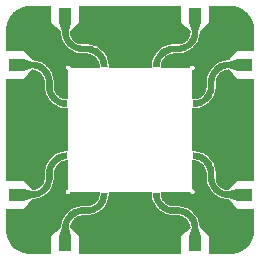
<source format=gbr>
G04 ===== Begin FILE IDENTIFICATION =====*
G04 File Format:  Gerber RS274X*
G04 ===== End FILE IDENTIFICATION =====*
%FSLAX24Y24*%
%MOIN*%
%SFA1.0000B1.0000*%
%OFA0.0B0.0*%
%ADD10C,0.000984*%
%LNtop*%
%IPPOS*%
%LPD*%
G75*
G36*
G01X6201Y5150D02*
G01Y6122D01*
G01X6211Y6123D01*
G01X6222Y6125D01*
G01X6232Y6128D01*
G01X6241Y6133D01*
G01X6250Y6139D01*
G01X6258Y6146D01*
G01X6264Y6154D01*
G01X6270Y6163D01*
G01X6274Y6173D01*
G01X6278Y6183D01*
G01X6279Y6194D01*
G01Y6204D01*
G01X6278Y6215D01*
G01X6276Y6225D01*
G01X6272Y6235D01*
G01X6266Y6244D01*
G01X6260Y6253D01*
G01X6253Y6260D01*
G01X6244Y6266D01*
G01X6235Y6272D01*
G01X6225Y6276D01*
G01X6215Y6278D01*
G01X6204Y6279D01*
G01X6194D01*
G01X6183Y6278D01*
G01X6173Y6274D01*
G01X6163Y6270D01*
G01X6154Y6264D01*
G01X6146Y6258D01*
G01X6139Y6250D01*
G01X6133Y6241D01*
G01X6128Y6232D01*
G01X6125Y6222D01*
G01X6123Y6211D01*
G01X6122Y6201D01*
G01X5150D01*
G01Y6240D01*
G01X5151Y6279D01*
G01X5156Y6317D01*
G01X5165Y6354D01*
G01X5176Y6391D01*
G01X5191Y6426D01*
G01X5209Y6461D01*
G01X5229Y6493D01*
G01X5253Y6524D01*
G01X5279Y6552D01*
G01X5307Y6578D01*
G01X5338Y6601D01*
G01X5370Y6622D01*
G01X5404Y6640D01*
G01X5440Y6655D01*
G01X5476Y6666D01*
G01X5514Y6674D01*
G01X5552Y6679D01*
G01X5591Y6681D01*
G01X5709D01*
G01X5773Y6684D01*
G01X5837Y6692D01*
G01X5900Y6706D01*
G01X5962Y6726D01*
G01X6021Y6750D01*
G01X6079Y6780D01*
G01X6133Y6815D01*
G01X6184Y6854D01*
G01X6232Y6898D01*
G01X6276Y6946D01*
G01X6315Y6997D01*
G01X6350Y7051D01*
G01X6379Y7108D01*
G01X6404Y7168D01*
G01X6424Y7230D01*
G01X6438Y7293D01*
G01X6446Y7357D01*
G01X6449Y7421D01*
G01X6768Y7677D01*
G01Y8268D01*
G01X7480D01*
G01X7516Y8267D01*
G01X7551Y8265D01*
G01X7586Y8261D01*
G01X7621Y8255D01*
G01X7656Y8248D01*
G01X7690Y8239D01*
G01X7724Y8229D01*
G01X7757Y8218D01*
G01X7790Y8204D01*
G01X7822Y8190D01*
G01X7853Y8174D01*
G01X7884Y8156D01*
G01X7914Y8137D01*
G01X7943Y8117D01*
G01X7971Y8096D01*
G01X7998Y8073D01*
G01X8024Y8049D01*
G01X8049Y8024D01*
G01X8073Y7998D01*
G01X8096Y7971D01*
G01X8117Y7943D01*
G01X8137Y7914D01*
G01X8156Y7884D01*
G01X8174Y7853D01*
G01X8190Y7822D01*
G01X8204Y7790D01*
G01X8218Y7757D01*
G01X8229Y7724D01*
G01X8239Y7690D01*
G01X8248Y7656D01*
G01X8255Y7621D01*
G01X8261Y7586D01*
G01X8265Y7551D01*
G01X8267Y7516D01*
G01X8268Y7480D01*
G01Y6768D01*
G01X7677D01*
G01X7459Y6496D01*
G01X7421Y6449D01*
G01X7357Y6446D01*
G01X7293Y6438D01*
G01X7230Y6424D01*
G01X7168Y6404D01*
G01X7108Y6379D01*
G01X7051Y6350D01*
G01X6997Y6315D01*
G01X6946Y6276D01*
G01X6898Y6232D01*
G01X6854Y6184D01*
G01X6815Y6133D01*
G01X6780Y6079D01*
G01X6750Y6021D01*
G01X6726Y5962D01*
G01X6706Y5900D01*
G01X6692Y5837D01*
G01X6684Y5773D01*
G01X6681Y5709D01*
G01Y5591D01*
G01X6679Y5552D01*
G01X6674Y5514D01*
G01X6666Y5476D01*
G01X6655Y5440D01*
G01X6640Y5404D01*
G01X6622Y5370D01*
G01X6601Y5338D01*
G01X6578Y5307D01*
G01X6552Y5279D01*
G01X6524Y5253D01*
G01X6493Y5229D01*
G01X6461Y5209D01*
G01X6426Y5191D01*
G01X6391Y5176D01*
G01X6354Y5165D01*
G01X6317Y5156D01*
G01X6279Y5151D01*
G01X6240Y5150D01*
G01X6201D01*
G37*
G36*
G01X3417Y6201D02*
G01Y6240D01*
G01X3416Y6279D01*
G01X3414Y6305D01*
G01X3406Y6369D01*
G01X3392Y6432D01*
G01X3373Y6493D01*
G01X3348Y6553D01*
G01X3318Y6610D01*
G01X3283Y6665D01*
G01X3244Y6716D01*
G01X3201Y6764D01*
G01X3153Y6807D01*
G01X3102Y6846D01*
G01X3047Y6881D01*
G01X2990Y6911D01*
G01X2930Y6936D01*
G01X2869Y6955D01*
G01X2806Y6969D01*
G01X2742Y6977D01*
G01X2677Y6980D01*
G01X2559D01*
G01X2521Y6982D01*
G01X2482Y6987D01*
G01X2445Y6995D01*
G01X2408Y7007D01*
G01X2373Y7022D01*
G01X2339Y7039D01*
G01X2306Y7060D01*
G01X2276Y7083D01*
G01X2247Y7109D01*
G01X2221Y7138D01*
G01X2198Y7168D01*
G01X2177Y7201D01*
G01X2159Y7235D01*
G01X2145Y7270D01*
G01X2133Y7307D01*
G01X2125Y7345D01*
G01X2120Y7383D01*
G01X2118Y7421D01*
G01X2437Y7677D01*
G01Y8268D01*
G01X5831D01*
G01Y7677D01*
G01X6150Y7421D01*
G01X6148Y7383D01*
G01X6143Y7345D01*
G01X6135Y7307D01*
G01X6123Y7270D01*
G01X6108Y7235D01*
G01X6091Y7201D01*
G01X6070Y7168D01*
G01X6046Y7138D01*
G01X6020Y7109D01*
G01X5992Y7083D01*
G01X5962Y7060D01*
G01X5929Y7039D01*
G01X5895Y7022D01*
G01X5859Y7007D01*
G01X5823Y6995D01*
G01X5785Y6987D01*
G01X5747Y6982D01*
G01X5709Y6980D01*
G01X5591D01*
G01X5526Y6977D01*
G01X5462Y6969D01*
G01X5399Y6955D01*
G01X5337Y6936D01*
G01X5278Y6911D01*
G01X5220Y6881D01*
G01X5166Y6846D01*
G01X5115Y6807D01*
G01X5067Y6764D01*
G01X5024Y6716D01*
G01X4984Y6665D01*
G01X4950Y6610D01*
G01X4920Y6553D01*
G01X4895Y6493D01*
G01X4876Y6432D01*
G01X4862Y6369D01*
G01X4853Y6305D01*
G01X4852Y6279D01*
G01X4850Y6240D01*
G01Y6201D01*
G01X3417D01*
G37*
G36*
G01X2028Y5150D02*
G01X1989Y5151D01*
G01X1951Y5156D01*
G01X1913Y5165D01*
G01X1877Y5176D01*
G01X1841Y5191D01*
G01X1807Y5209D01*
G01X1775Y5229D01*
G01X1744Y5253D01*
G01X1716Y5279D01*
G01X1690Y5307D01*
G01X1666Y5338D01*
G01X1646Y5370D01*
G01X1628Y5404D01*
G01X1613Y5440D01*
G01X1602Y5476D01*
G01X1593Y5514D01*
G01X1588Y5552D01*
G01X1587Y5591D01*
G01Y5709D01*
G01X1584Y5773D01*
G01X1575Y5837D01*
G01X1561Y5900D01*
G01X1542Y5962D01*
G01X1517Y6021D01*
G01X1487Y6079D01*
G01X1453Y6133D01*
G01X1413Y6184D01*
G01X1370Y6232D01*
G01X1322Y6276D01*
G01X1317Y6279D01*
G01X1271Y6315D01*
G01X1217Y6350D01*
G01X1159Y6379D01*
G01X1100Y6404D01*
G01X1038Y6424D01*
G01X975Y6438D01*
G01X911Y6446D01*
G01X846Y6449D01*
G01X591Y6768D01*
G01X0D01*
G01Y7480D01*
G01X1Y7516D01*
G01X3Y7551D01*
G01X7Y7586D01*
G01X13Y7621D01*
G01X20Y7656D01*
G01X28Y7690D01*
G01X39Y7724D01*
G01X50Y7757D01*
G01X63Y7790D01*
G01X78Y7822D01*
G01X94Y7853D01*
G01X111Y7884D01*
G01X130Y7914D01*
G01X150Y7943D01*
G01X172Y7971D01*
G01X194Y7998D01*
G01X218Y8024D01*
G01X243Y8049D01*
G01X269Y8073D01*
G01X296Y8096D01*
G01X325Y8117D01*
G01X354Y8137D01*
G01X384Y8156D01*
G01X414Y8174D01*
G01X446Y8190D01*
G01X478Y8204D01*
G01X511Y8218D01*
G01X544Y8229D01*
G01X578Y8239D01*
G01X612Y8248D01*
G01X647Y8255D01*
G01X682Y8261D01*
G01X717Y8265D01*
G01X752Y8267D01*
G01X787Y8268D01*
G01X1500D01*
G01Y7677D01*
G01X1819Y7421D01*
G01X1822Y7357D01*
G01X1830Y7293D01*
G01X1844Y7230D01*
G01X1864Y7168D01*
G01X1888Y7108D01*
G01X1918Y7051D01*
G01X1953Y6997D01*
G01X1992Y6946D01*
G01X2036Y6898D01*
G01X2083Y6854D01*
G01X2135Y6815D01*
G01X2189Y6780D01*
G01X2246Y6750D01*
G01X2306Y6726D01*
G01X2367Y6706D01*
G01X2431Y6692D01*
G01X2495Y6684D01*
G01X2559Y6681D01*
G01X2677D01*
G01X2716Y6679D01*
G01X2754Y6674D01*
G01X2791Y6666D01*
G01X2828Y6655D01*
G01X2864Y6640D01*
G01X2898Y6622D01*
G01X2930Y6601D01*
G01X2961Y6578D01*
G01X2989Y6552D01*
G01X3015Y6524D01*
G01X3038Y6493D01*
G01X3059Y6461D01*
G01X3077Y6426D01*
G01X3092Y6391D01*
G01X3103Y6354D01*
G01X3111Y6317D01*
G01X3116Y6279D01*
G01X3118Y6240D01*
G01Y6201D01*
G01X2146D01*
G01X2145Y6211D01*
G01X2143Y6222D01*
G01X2139Y6232D01*
G01X2135Y6241D01*
G01X2129Y6250D01*
G01X2121Y6258D01*
G01X2113Y6264D01*
G01X2104Y6270D01*
G01X2095Y6274D01*
G01X2084Y6278D01*
G01X2074Y6279D01*
G01X2063D01*
G01X2053Y6278D01*
G01X2043Y6276D01*
G01X2033Y6272D01*
G01X2024Y6266D01*
G01X2015Y6260D01*
G01X2008Y6253D01*
G01X2001Y6244D01*
G01X1996Y6235D01*
G01X1992Y6225D01*
G01X1989Y6215D01*
G01X1988Y6204D01*
G01X1989Y6194D01*
G01X1990Y6183D01*
G01X1993Y6173D01*
G01X1998Y6163D01*
G01X2003Y6154D01*
G01X2010Y6146D01*
G01X2018Y6139D01*
G01X2027Y6133D01*
G01X2036Y6128D01*
G01X2046Y6125D01*
G01X2056Y6123D01*
G01X2067Y6122D01*
G01Y5150D01*
G01X2028D01*
G37*
G36*
G01X4890Y6240D02*
G01X4891Y6279D01*
G01X4892Y6301D01*
G01X4900Y6362D01*
G01X4914Y6422D01*
G01X4932Y6480D01*
G01X4955Y6536D01*
G01X4984Y6591D01*
G01X5016Y6642D01*
G01X5054Y6691D01*
G01X5095Y6736D01*
G01X5140Y6777D01*
G01X5189Y6814D01*
G01X5240Y6847D01*
G01X5294Y6875D01*
G01X5351Y6899D01*
G01X5409Y6917D01*
G01X5469Y6930D01*
G01X5529Y6938D01*
G01X5591Y6941D01*
G01X5709D01*
G01X5751Y6943D01*
G01X5792Y6948D01*
G01X5833Y6957D01*
G01X5873Y6970D01*
G01X5912Y6986D01*
G01X5949Y7005D01*
G01X5984Y7028D01*
G01X6017Y7053D01*
G01X6048Y7082D01*
G01X6077Y7113D01*
G01X6102Y7146D01*
G01X6125Y7181D01*
G01X6144Y7218D01*
G01X6160Y7257D01*
G01X6173Y7297D01*
G01X6182Y7338D01*
G01X6187Y7379D01*
G01X6189Y7421D01*
G01X6102Y7677D01*
G01Y8189D01*
G01X6496D01*
G01Y7677D01*
G01X6409Y7421D01*
G01X6407Y7360D01*
G01X6399Y7300D01*
G01X6386Y7240D01*
G01X6367Y7182D01*
G01X6344Y7125D01*
G01X6316Y7071D01*
G01X6283Y7019D01*
G01X6246Y6971D01*
G01X6204Y6926D01*
G01X6159Y6884D01*
G01X6111Y6847D01*
G01X6059Y6814D01*
G01X6005Y6786D01*
G01X5948Y6763D01*
G01X5890Y6744D01*
G01X5830Y6731D01*
G01X5770Y6723D01*
G01X5709Y6720D01*
G01X5591D01*
G01X5549Y6719D01*
G01X5507Y6713D01*
G01X5466Y6704D01*
G01X5426Y6691D01*
G01X5388Y6675D01*
G01X5350Y6656D01*
G01X5315Y6634D01*
G01X5282Y6608D01*
G01X5251Y6580D01*
G01X5223Y6549D01*
G01X5197Y6516D01*
G01X5175Y6480D01*
G01X5155Y6443D01*
G01X5139Y6404D01*
G01X5127Y6364D01*
G01X5118Y6324D01*
G01X5112Y6282D01*
G01Y6279D01*
G01X5110Y6240D01*
G01X4890D01*
G37*
G36*
G01X3157Y6240D02*
G01X3156Y6279D01*
G01Y6282D01*
G01X3150Y6324D01*
G01X3141Y6364D01*
G01X3129Y6404D01*
G01X3112Y6443D01*
G01X3093Y6480D01*
G01X3071Y6516D01*
G01X3045Y6549D01*
G01X3017Y6580D01*
G01X2986Y6608D01*
G01X2953Y6634D01*
G01X2917Y6656D01*
G01X2880Y6675D01*
G01X2841Y6691D01*
G01X2801Y6704D01*
G01X2761Y6713D01*
G01X2719Y6719D01*
G01X2677Y6720D01*
G01X2559D01*
G01X2498Y6723D01*
G01X2437Y6731D01*
G01X2378Y6744D01*
G01X2319Y6763D01*
G01X2263Y6786D01*
G01X2209Y6814D01*
G01X2157Y6847D01*
G01X2109Y6884D01*
G01X2064Y6926D01*
G01X2022Y6971D01*
G01X1985Y7019D01*
G01X1952Y7071D01*
G01X1924Y7125D01*
G01X1901Y7182D01*
G01X1882Y7240D01*
G01X1869Y7300D01*
G01X1861Y7360D01*
G01X1858Y7421D01*
G01X1772Y7677D01*
G01Y8189D01*
G01X2165D01*
G01Y7677D01*
G01X2079Y7421D01*
G01X2081Y7379D01*
G01X2086Y7338D01*
G01X2095Y7297D01*
G01X2108Y7257D01*
G01X2124Y7218D01*
G01X2143Y7181D01*
G01X2166Y7146D01*
G01X2191Y7113D01*
G01X2219Y7082D01*
G01X2250Y7053D01*
G01X2284Y7028D01*
G01X2319Y7005D01*
G01X2356Y6986D01*
G01X2395Y6970D01*
G01X2435Y6957D01*
G01X2476Y6948D01*
G01X2517Y6943D01*
G01X2559Y6941D01*
G01X2677D01*
G01X2738Y6938D01*
G01X2799Y6930D01*
G01X2859Y6917D01*
G01X2917Y6899D01*
G01X2973Y6875D01*
G01X3028Y6847D01*
G01X3079Y6814D01*
G01X3128Y6777D01*
G01X3173Y6736D01*
G01X3214Y6691D01*
G01X3251Y6642D01*
G01X3284Y6591D01*
G01X3312Y6536D01*
G01X3336Y6480D01*
G01X3354Y6422D01*
G01X3367Y6362D01*
G01X3375Y6301D01*
G01X3376Y6279D01*
G01X3378Y6240D01*
G01X3157D01*
G37*
G36*
G01X6240Y4890D02*
G01Y5110D01*
G01X6282Y5112D01*
G01X6324Y5118D01*
G01X6364Y5127D01*
G01X6404Y5139D01*
G01X6443Y5155D01*
G01X6480Y5175D01*
G01X6516Y5197D01*
G01X6549Y5223D01*
G01X6580Y5251D01*
G01X6608Y5282D01*
G01X6634Y5315D01*
G01X6656Y5350D01*
G01X6675Y5388D01*
G01X6691Y5426D01*
G01X6704Y5466D01*
G01X6713Y5507D01*
G01X6719Y5549D01*
G01X6720Y5591D01*
G01Y5709D01*
G01X6723Y5770D01*
G01X6731Y5830D01*
G01X6744Y5890D01*
G01X6763Y5948D01*
G01X6786Y6005D01*
G01X6814Y6059D01*
G01X6847Y6111D01*
G01X6884Y6159D01*
G01X6926Y6204D01*
G01X6971Y6246D01*
G01X7019Y6283D01*
G01X7071Y6316D01*
G01X7125Y6344D01*
G01X7182Y6367D01*
G01X7240Y6386D01*
G01X7300Y6399D01*
G01X7360Y6407D01*
G01X7421Y6409D01*
G01X7677Y6496D01*
G01X8189D01*
G01Y6102D01*
G01X7677D01*
G01X7421Y6189D01*
G01X7379Y6187D01*
G01X7338Y6182D01*
G01X7297Y6173D01*
G01X7257Y6160D01*
G01X7218Y6144D01*
G01X7181Y6125D01*
G01X7146Y6102D01*
G01X7113Y6077D01*
G01X7082Y6048D01*
G01X7053Y6017D01*
G01X7028Y5984D01*
G01X7005Y5949D01*
G01X6986Y5912D01*
G01X6970Y5873D01*
G01X6957Y5833D01*
G01X6948Y5792D01*
G01X6943Y5751D01*
G01X6941Y5709D01*
G01Y5591D01*
G01X6938Y5529D01*
G01X6930Y5469D01*
G01X6917Y5409D01*
G01X6899Y5351D01*
G01X6875Y5294D01*
G01X6847Y5240D01*
G01X6814Y5189D01*
G01X6777Y5140D01*
G01X6736Y5095D01*
G01X6691Y5054D01*
G01X6642Y5016D01*
G01X6591Y4984D01*
G01X6536Y4955D01*
G01X6480Y4932D01*
G01X6422Y4914D01*
G01X6362Y4900D01*
G01X6301Y4892D01*
G01X6240Y4890D01*
G37*
G36*
G01X2028Y4890D02*
G01X1966Y4892D01*
G01X1906Y4900D01*
G01X1846Y4914D01*
G01X1788Y4932D01*
G01X1731Y4955D01*
G01X1677Y4984D01*
G01X1626Y5016D01*
G01X1577Y5054D01*
G01X1532Y5095D01*
G01X1491Y5140D01*
G01X1454Y5189D01*
G01X1421Y5240D01*
G01X1392Y5294D01*
G01X1369Y5351D01*
G01X1351Y5409D01*
G01X1337Y5469D01*
G01X1329Y5529D01*
G01X1327Y5591D01*
G01Y5709D01*
G01X1325Y5751D01*
G01X1319Y5792D01*
G01X1310Y5833D01*
G01X1298Y5873D01*
G01X1282Y5912D01*
G01X1262Y5949D01*
G01X1240Y5984D01*
G01X1214Y6017D01*
G01X1186Y6048D01*
G01X1155Y6077D01*
G01X1122Y6102D01*
G01X1087Y6125D01*
G01X1049Y6144D01*
G01X1011Y6160D01*
G01X971Y6173D01*
G01X930Y6182D01*
G01X888Y6187D01*
G01X846Y6189D01*
G01X591Y6102D01*
G01X79D01*
G01Y6496D01*
G01X591D01*
G01X846Y6409D01*
G01X908Y6407D01*
G01X968Y6399D01*
G01X1028Y6386D01*
G01X1086Y6367D01*
G01X1143Y6344D01*
G01X1197Y6316D01*
G01X1248Y6283D01*
G01X1253Y6279D01*
G01X1297Y6246D01*
G01X1342Y6204D01*
G01X1383Y6159D01*
G01X1421Y6111D01*
G01X1453Y6059D01*
G01X1482Y6005D01*
G01X1505Y5948D01*
G01X1523Y5890D01*
G01X1537Y5830D01*
G01X1545Y5770D01*
G01X1547Y5709D01*
G01Y5591D01*
G01X1549Y5549D01*
G01X1555Y5507D01*
G01X1564Y5466D01*
G01X1576Y5426D01*
G01X1592Y5388D01*
G01X1612Y5350D01*
G01X1634Y5315D01*
G01X1660Y5282D01*
G01X1688Y5251D01*
G01X1719Y5223D01*
G01X1752Y5197D01*
G01X1787Y5175D01*
G01X1825Y5155D01*
G01X1863Y5139D01*
G01X1903Y5127D01*
G01X1944Y5118D01*
G01X1986Y5112D01*
G01X2028Y5110D01*
G01Y4890D01*
G37*
G36*
G01X7421Y2118D02*
G01X7383Y2120D01*
G01X7345Y2125D01*
G01X7307Y2133D01*
G01X7270Y2145D01*
G01X7235Y2159D01*
G01X7201Y2177D01*
G01X7168Y2198D01*
G01X7138Y2221D01*
G01X7109Y2247D01*
G01X7083Y2276D01*
G01X7060Y2306D01*
G01X7039Y2339D01*
G01X7022Y2373D01*
G01X7007Y2408D01*
G01X6995Y2445D01*
G01X6987Y2482D01*
G01X6982Y2521D01*
G01X6980Y2559D01*
G01Y2677D01*
G01X6977Y2742D01*
G01X6969Y2806D01*
G01X6955Y2869D01*
G01X6936Y2930D01*
G01X6911Y2990D01*
G01X6881Y3047D01*
G01X6846Y3102D01*
G01X6807Y3153D01*
G01X6764Y3201D01*
G01X6716Y3244D01*
G01X6665Y3283D01*
G01X6610Y3318D01*
G01X6553Y3348D01*
G01X6493Y3373D01*
G01X6432Y3392D01*
G01X6369Y3406D01*
G01X6305Y3414D01*
G01X6240Y3417D01*
G01X6201D01*
G01Y4850D01*
G01X6240D01*
G01X6305Y4853D01*
G01X6369Y4862D01*
G01X6432Y4876D01*
G01X6493Y4895D01*
G01X6553Y4920D01*
G01X6610Y4950D01*
G01X6665Y4984D01*
G01X6716Y5024D01*
G01X6764Y5067D01*
G01X6807Y5115D01*
G01X6846Y5166D01*
G01X6881Y5220D01*
G01X6911Y5278D01*
G01X6936Y5337D01*
G01X6955Y5399D01*
G01X6969Y5462D01*
G01X6977Y5526D01*
G01X6980Y5591D01*
G01Y5709D01*
G01X6982Y5747D01*
G01X6987Y5785D01*
G01X6995Y5823D01*
G01X7007Y5859D01*
G01X7022Y5895D01*
G01X7039Y5929D01*
G01X7060Y5962D01*
G01X7083Y5992D01*
G01X7109Y6020D01*
G01X7138Y6046D01*
G01X7168Y6070D01*
G01X7201Y6091D01*
G01X7235Y6108D01*
G01X7270Y6123D01*
G01X7307Y6135D01*
G01X7345Y6143D01*
G01X7383Y6148D01*
G01X7421Y6150D01*
G01X7677Y5831D01*
G01X8268D01*
G01Y2437D01*
G01X7677D01*
G01X7421Y2118D01*
G37*
G36*
G01X846Y2118D02*
G01X591Y2437D01*
G01X0D01*
G01Y5831D01*
G01X591D01*
G01X846Y6150D01*
G01X885Y6148D01*
G01X923Y6143D01*
G01X961Y6135D01*
G01X997Y6123D01*
G01X1033Y6108D01*
G01X1067Y6091D01*
G01X1099Y6070D01*
G01X1130Y6046D01*
G01X1158Y6020D01*
G01X1184Y5992D01*
G01X1208Y5962D01*
G01X1228Y5929D01*
G01X1246Y5895D01*
G01X1261Y5859D01*
G01X1272Y5823D01*
G01X1281Y5785D01*
G01X1286Y5747D01*
G01X1287Y5709D01*
G01Y5591D01*
G01X1290Y5526D01*
G01X1299Y5462D01*
G01X1313Y5399D01*
G01X1332Y5337D01*
G01X1357Y5278D01*
G01X1387Y5220D01*
G01X1421Y5166D01*
G01X1461Y5115D01*
G01X1504Y5067D01*
G01X1552Y5024D01*
G01X1603Y4984D01*
G01X1657Y4950D01*
G01X1715Y4920D01*
G01X1774Y4895D01*
G01X1836Y4876D01*
G01X1899Y4862D01*
G01X1963Y4853D01*
G01X2028Y4850D01*
G01X2067D01*
G01Y3417D01*
G01X2028D01*
G01X1963Y3414D01*
G01X1899Y3406D01*
G01X1836Y3392D01*
G01X1791Y3378D01*
G01X1774Y3373D01*
G01X1715Y3348D01*
G01X1657Y3318D01*
G01X1603Y3283D01*
G01X1552Y3244D01*
G01X1504Y3201D01*
G01X1461Y3153D01*
G01X1421Y3102D01*
G01X1387Y3047D01*
G01X1357Y2990D01*
G01X1332Y2930D01*
G01X1313Y2869D01*
G01X1299Y2806D01*
G01X1290Y2742D01*
G01X1287Y2677D01*
G01Y2559D01*
G01X1286Y2521D01*
G01X1281Y2482D01*
G01X1272Y2445D01*
G01X1261Y2408D01*
G01X1246Y2373D01*
G01X1228Y2339D01*
G01X1208Y2306D01*
G01X1184Y2276D01*
G01X1158Y2247D01*
G01X1130Y2221D01*
G01X1099Y2198D01*
G01X1067Y2177D01*
G01X1033Y2159D01*
G01X997Y2145D01*
G01X961Y2133D01*
G01X923Y2125D01*
G01X885Y2120D01*
G01X846Y2118D01*
G37*
G36*
G01X7677Y1772D02*
G01X7421Y1858D01*
G01X7360Y1861D01*
G01X7300Y1869D01*
G01X7240Y1882D01*
G01X7182Y1901D01*
G01X7125Y1924D01*
G01X7071Y1952D01*
G01X7019Y1985D01*
G01X6971Y2022D01*
G01X6926Y2064D01*
G01X6884Y2109D01*
G01X6847Y2157D01*
G01X6814Y2209D01*
G01X6786Y2263D01*
G01X6763Y2319D01*
G01X6744Y2378D01*
G01X6731Y2437D01*
G01X6723Y2498D01*
G01X6720Y2559D01*
G01Y2677D01*
G01X6719Y2719D01*
G01X6713Y2761D01*
G01X6704Y2801D01*
G01X6691Y2841D01*
G01X6675Y2880D01*
G01X6656Y2917D01*
G01X6634Y2953D01*
G01X6608Y2986D01*
G01X6580Y3017D01*
G01X6549Y3045D01*
G01X6516Y3071D01*
G01X6480Y3093D01*
G01X6443Y3112D01*
G01X6404Y3129D01*
G01X6364Y3141D01*
G01X6324Y3150D01*
G01X6282Y3156D01*
G01X6240Y3157D01*
G01Y3378D01*
G01X6301Y3375D01*
G01X6362Y3367D01*
G01X6422Y3354D01*
G01X6480Y3336D01*
G01X6536Y3312D01*
G01X6591Y3284D01*
G01X6642Y3251D01*
G01X6691Y3214D01*
G01X6736Y3173D01*
G01X6777Y3128D01*
G01X6814Y3079D01*
G01X6847Y3028D01*
G01X6875Y2973D01*
G01X6899Y2917D01*
G01X6917Y2859D01*
G01X6930Y2799D01*
G01X6938Y2738D01*
G01X6941Y2677D01*
G01Y2559D01*
G01X6943Y2517D01*
G01X6948Y2476D01*
G01X6957Y2435D01*
G01X6970Y2395D01*
G01X6986Y2356D01*
G01X7005Y2319D01*
G01X7028Y2284D01*
G01X7053Y2250D01*
G01X7082Y2219D01*
G01X7113Y2191D01*
G01X7146Y2166D01*
G01X7181Y2143D01*
G01X7218Y2124D01*
G01X7257Y2108D01*
G01X7297Y2095D01*
G01X7338Y2086D01*
G01X7379Y2081D01*
G01X7421Y2079D01*
G01X7677Y2165D01*
G01X8189D01*
G01Y1772D01*
G01X7677D01*
G37*
G36*
G01X79Y1772D02*
G01Y2165D01*
G01X591D01*
G01X846Y2079D01*
G01X888Y2081D01*
G01X930Y2086D01*
G01X971Y2095D01*
G01X1011Y2108D01*
G01X1049Y2124D01*
G01X1087Y2143D01*
G01X1122Y2166D01*
G01X1155Y2191D01*
G01X1186Y2219D01*
G01X1214Y2250D01*
G01X1240Y2284D01*
G01X1262Y2319D01*
G01X1282Y2356D01*
G01X1298Y2395D01*
G01X1310Y2435D01*
G01X1319Y2476D01*
G01X1325Y2517D01*
G01X1327Y2559D01*
G01Y2677D01*
G01X1329Y2738D01*
G01X1337Y2799D01*
G01X1351Y2859D01*
G01X1369Y2917D01*
G01X1392Y2973D01*
G01X1421Y3028D01*
G01X1454Y3079D01*
G01X1491Y3128D01*
G01X1532Y3173D01*
G01X1577Y3214D01*
G01X1626Y3251D01*
G01X1677Y3284D01*
G01X1731Y3312D01*
G01X1788Y3336D01*
G01X1846Y3354D01*
G01X1906Y3367D01*
G01X1966Y3375D01*
G01X2028Y3378D01*
G01Y3157D01*
G01X1986Y3156D01*
G01X1944Y3150D01*
G01X1903Y3141D01*
G01X1863Y3129D01*
G01X1825Y3112D01*
G01X1787Y3093D01*
G01X1752Y3071D01*
G01X1719Y3045D01*
G01X1688Y3017D01*
G01X1660Y2986D01*
G01X1634Y2953D01*
G01X1612Y2917D01*
G01X1592Y2880D01*
G01X1576Y2841D01*
G01X1564Y2801D01*
G01X1555Y2761D01*
G01X1549Y2719D01*
G01X1547Y2677D01*
G01Y2559D01*
G01X1545Y2498D01*
G01X1537Y2437D01*
G01X1523Y2378D01*
G01X1505Y2319D01*
G01X1482Y2263D01*
G01X1453Y2209D01*
G01X1421Y2157D01*
G01X1383Y2109D01*
G01X1342Y2064D01*
G01X1297Y2022D01*
G01X1248Y1985D01*
G01X1197Y1952D01*
G01X1143Y1924D01*
G01X1086Y1901D01*
G01X1028Y1882D01*
G01X968Y1869D01*
G01X908Y1861D01*
G01X846Y1858D01*
G01X591Y1772D01*
G01X79D01*
G37*
G36*
G01X6768Y0D02*
G01Y591D01*
G01X6449Y846D01*
G01X6446Y911D01*
G01X6438Y975D01*
G01X6424Y1038D01*
G01X6404Y1100D01*
G01X6379Y1159D01*
G01X6350Y1217D01*
G01X6315Y1271D01*
G01X6276Y1322D01*
G01X6232Y1370D01*
G01X6184Y1413D01*
G01X6133Y1453D01*
G01X6079Y1487D01*
G01X6021Y1517D01*
G01X5962Y1542D01*
G01X5900Y1561D01*
G01X5837Y1575D01*
G01X5773Y1584D01*
G01X5709Y1587D01*
G01X5591D01*
G01X5552Y1588D01*
G01X5514Y1593D01*
G01X5476Y1602D01*
G01X5440Y1613D01*
G01X5404Y1628D01*
G01X5370Y1646D01*
G01X5338Y1666D01*
G01X5307Y1690D01*
G01X5279Y1716D01*
G01X5253Y1744D01*
G01X5229Y1775D01*
G01X5209Y1807D01*
G01X5191Y1841D01*
G01X5176Y1877D01*
G01X5165Y1913D01*
G01X5156Y1951D01*
G01X5151Y1989D01*
G01X5150Y2028D01*
G01Y2067D01*
G01X6122D01*
G01X6123Y2056D01*
G01X6125Y2046D01*
G01X6128Y2036D01*
G01X6133Y2027D01*
G01X6139Y2018D01*
G01X6146Y2010D01*
G01X6154Y2003D01*
G01X6163Y1998D01*
G01X6173Y1993D01*
G01X6183Y1990D01*
G01X6194Y1989D01*
G01X6204Y1988D01*
G01X6215Y1989D01*
G01X6225Y1992D01*
G01X6235Y1996D01*
G01X6244Y2001D01*
G01X6253Y2008D01*
G01X6260Y2015D01*
G01X6266Y2024D01*
G01X6272Y2033D01*
G01X6276Y2043D01*
G01X6278Y2053D01*
G01X6279Y2063D01*
G01Y2074D01*
G01X6278Y2084D01*
G01X6274Y2095D01*
G01X6270Y2104D01*
G01X6264Y2113D01*
G01X6258Y2121D01*
G01X6250Y2129D01*
G01X6241Y2135D01*
G01X6232Y2139D01*
G01X6222Y2143D01*
G01X6211Y2145D01*
G01X6201Y2146D01*
G01Y3118D01*
G01X6240D01*
G01X6279Y3116D01*
G01X6317Y3111D01*
G01X6354Y3103D01*
G01X6391Y3092D01*
G01X6426Y3077D01*
G01X6461Y3059D01*
G01X6493Y3038D01*
G01X6524Y3015D01*
G01X6552Y2989D01*
G01X6578Y2961D01*
G01X6601Y2930D01*
G01X6622Y2898D01*
G01X6640Y2864D01*
G01X6655Y2828D01*
G01X6666Y2791D01*
G01X6674Y2754D01*
G01X6679Y2716D01*
G01X6681Y2677D01*
G01Y2559D01*
G01X6684Y2495D01*
G01X6692Y2431D01*
G01X6706Y2367D01*
G01X6726Y2306D01*
G01X6750Y2246D01*
G01X6780Y2189D01*
G01X6815Y2135D01*
G01X6854Y2083D01*
G01X6898Y2036D01*
G01X6946Y1992D01*
G01X6997Y1953D01*
G01X7051Y1918D01*
G01X7108Y1888D01*
G01X7168Y1864D01*
G01X7230Y1844D01*
G01X7293Y1830D01*
G01X7357Y1822D01*
G01X7421Y1819D01*
G01X7677Y1500D01*
G01X8268D01*
G01Y787D01*
G01X8267Y752D01*
G01X8265Y717D01*
G01X8261Y682D01*
G01X8255Y647D01*
G01X8248Y612D01*
G01X8239Y578D01*
G01X8229Y544D01*
G01X8218Y511D01*
G01X8204Y478D01*
G01X8190Y446D01*
G01X8174Y414D01*
G01X8156Y384D01*
G01X8137Y354D01*
G01X8117Y325D01*
G01X8096Y296D01*
G01X8073Y269D01*
G01X8049Y243D01*
G01X8024Y218D01*
G01X7998Y194D01*
G01X7971Y172D01*
G01X7943Y150D01*
G01X7914Y130D01*
G01X7884Y111D01*
G01X7853Y94D01*
G01X7822Y78D01*
G01X7790Y63D01*
G01X7757Y50D01*
G01X7724Y39D01*
G01X7690Y28D01*
G01X7656Y20D01*
G01X7621Y13D01*
G01X7586Y7D01*
G01X7551Y3D01*
G01X7516Y1D01*
G01X7480Y0D01*
G01X6768D01*
G37*
G36*
G01X787Y0D02*
G01X752Y1D01*
G01X717Y3D01*
G01X682Y7D01*
G01X647Y13D01*
G01X612Y20D01*
G01X578Y28D01*
G01X544Y39D01*
G01X511Y50D01*
G01X478Y63D01*
G01X446Y78D01*
G01X414Y94D01*
G01X384Y111D01*
G01X354Y130D01*
G01X325Y150D01*
G01X296Y172D01*
G01X269Y194D01*
G01X243Y218D01*
G01X218Y243D01*
G01X194Y269D01*
G01X172Y296D01*
G01X150Y325D01*
G01X130Y354D01*
G01X111Y384D01*
G01X94Y414D01*
G01X78Y446D01*
G01X63Y478D01*
G01X50Y511D01*
G01X39Y544D01*
G01X28Y578D01*
G01X20Y612D01*
G01X13Y647D01*
G01X7Y682D01*
G01X3Y717D01*
G01X1Y752D01*
G01X0Y787D01*
G01Y1500D01*
G01X591D01*
G01X846Y1819D01*
G01X911Y1822D01*
G01X975Y1830D01*
G01X1038Y1844D01*
G01X1100Y1864D01*
G01X1159Y1888D01*
G01X1217Y1918D01*
G01X1271Y1953D01*
G01X1322Y1992D01*
G01X1370Y2036D01*
G01X1413Y2083D01*
G01X1453Y2135D01*
G01X1487Y2189D01*
G01X1517Y2246D01*
G01X1542Y2306D01*
G01X1561Y2367D01*
G01X1575Y2431D01*
G01X1584Y2495D01*
G01X1587Y2559D01*
G01Y2677D01*
G01X1588Y2716D01*
G01X1593Y2754D01*
G01X1602Y2791D01*
G01X1613Y2828D01*
G01X1628Y2864D01*
G01X1646Y2898D01*
G01X1666Y2930D01*
G01X1690Y2961D01*
G01X1716Y2989D01*
G01X1744Y3015D01*
G01X1775Y3038D01*
G01X1807Y3059D01*
G01X1841Y3077D01*
G01X1877Y3092D01*
G01X1913Y3103D01*
G01X1951Y3111D01*
G01X1989Y3116D01*
G01X2028Y3118D01*
G01X2067D01*
G01Y2146D01*
G01X2056Y2145D01*
G01X2046Y2143D01*
G01X2036Y2139D01*
G01X2027Y2135D01*
G01X2018Y2129D01*
G01X2010Y2121D01*
G01X2003Y2113D01*
G01X1998Y2104D01*
G01X1993Y2095D01*
G01X1990Y2084D01*
G01X1989Y2074D01*
G01X1988Y2063D01*
G01X1989Y2053D01*
G01X1992Y2043D01*
G01X1996Y2033D01*
G01X2001Y2024D01*
G01X2008Y2015D01*
G01X2015Y2008D01*
G01X2024Y2001D01*
G01X2033Y1996D01*
G01X2043Y1992D01*
G01X2053Y1989D01*
G01X2063Y1988D01*
G01X2074Y1989D01*
G01X2084Y1990D01*
G01X2095Y1993D01*
G01X2104Y1998D01*
G01X2113Y2003D01*
G01X2121Y2010D01*
G01X2129Y2018D01*
G01X2135Y2027D01*
G01X2139Y2036D01*
G01X2143Y2046D01*
G01X2145Y2056D01*
G01X2146Y2067D01*
G01X3118D01*
G01Y2028D01*
G01X3116Y1989D01*
G01X3111Y1951D01*
G01X3103Y1913D01*
G01X3092Y1877D01*
G01X3077Y1841D01*
G01X3059Y1807D01*
G01X3038Y1775D01*
G01X3015Y1744D01*
G01X2989Y1716D01*
G01X2961Y1690D01*
G01X2930Y1666D01*
G01X2898Y1646D01*
G01X2864Y1628D01*
G01X2828Y1613D01*
G01X2791Y1602D01*
G01X2754Y1593D01*
G01X2716Y1588D01*
G01X2677Y1587D01*
G01X2559D01*
G01X2495Y1584D01*
G01X2431Y1575D01*
G01X2367Y1561D01*
G01X2306Y1542D01*
G01X2246Y1517D01*
G01X2189Y1487D01*
G01X2135Y1453D01*
G01X2083Y1413D01*
G01X2036Y1370D01*
G01X1992Y1322D01*
G01X1953Y1271D01*
G01X1918Y1217D01*
G01X1888Y1159D01*
G01X1864Y1100D01*
G01X1844Y1038D01*
G01X1830Y975D01*
G01X1822Y911D01*
G01X1819Y846D01*
G01X1500Y591D01*
G01Y0D01*
G01X787D01*
G37*
G36*
G01X2437Y0D02*
G01Y591D01*
G01X2118Y846D01*
G01X2120Y885D01*
G01X2125Y923D01*
G01X2133Y961D01*
G01X2145Y997D01*
G01X2159Y1033D01*
G01X2177Y1067D01*
G01X2198Y1099D01*
G01X2221Y1130D01*
G01X2247Y1158D01*
G01X2276Y1184D01*
G01X2306Y1208D01*
G01X2339Y1228D01*
G01X2373Y1246D01*
G01X2408Y1261D01*
G01X2445Y1272D01*
G01X2482Y1281D01*
G01X2521Y1286D01*
G01X2559Y1287D01*
G01X2677D01*
G01X2742Y1290D01*
G01X2806Y1299D01*
G01X2869Y1313D01*
G01X2930Y1332D01*
G01X2990Y1357D01*
G01X3047Y1387D01*
G01X3102Y1421D01*
G01X3153Y1461D01*
G01X3201Y1504D01*
G01X3244Y1552D01*
G01X3283Y1603D01*
G01X3318Y1657D01*
G01X3348Y1715D01*
G01X3373Y1774D01*
G01X3392Y1836D01*
G01X3406Y1899D01*
G01X3414Y1963D01*
G01X3417Y2028D01*
G01Y2067D01*
G01X4850D01*
G01Y2028D01*
G01X4853Y1963D01*
G01X4862Y1899D01*
G01X4876Y1836D01*
G01X4895Y1774D01*
G01X4920Y1715D01*
G01X4950Y1657D01*
G01X4984Y1603D01*
G01X5024Y1552D01*
G01X5067Y1504D01*
G01X5115Y1461D01*
G01X5166Y1421D01*
G01X5220Y1387D01*
G01X5278Y1357D01*
G01X5337Y1332D01*
G01X5399Y1313D01*
G01X5462Y1299D01*
G01X5526Y1290D01*
G01X5591Y1287D01*
G01X5709D01*
G01X5747Y1286D01*
G01X5785Y1281D01*
G01X5823Y1272D01*
G01X5859Y1261D01*
G01X5895Y1246D01*
G01X5929Y1228D01*
G01X5962Y1208D01*
G01X5992Y1184D01*
G01X6020Y1158D01*
G01X6046Y1130D01*
G01X6070Y1099D01*
G01X6091Y1067D01*
G01X6108Y1033D01*
G01X6123Y997D01*
G01X6135Y961D01*
G01X6143Y923D01*
G01X6148Y885D01*
G01X6150Y846D01*
G01X5831Y591D01*
G01Y0D01*
G01X2437D01*
G37*
G36*
G01X6102Y79D02*
G01Y591D01*
G01X6189Y846D01*
G01X6187Y888D01*
G01X6182Y930D01*
G01X6173Y971D01*
G01X6160Y1011D01*
G01X6144Y1049D01*
G01X6125Y1087D01*
G01X6102Y1122D01*
G01X6077Y1155D01*
G01X6048Y1186D01*
G01X6017Y1214D01*
G01X5984Y1240D01*
G01X5949Y1262D01*
G01X5912Y1282D01*
G01X5873Y1298D01*
G01X5833Y1310D01*
G01X5792Y1319D01*
G01X5751Y1325D01*
G01X5709Y1327D01*
G01X5591D01*
G01X5529Y1329D01*
G01X5469Y1337D01*
G01X5409Y1351D01*
G01X5351Y1369D01*
G01X5294Y1392D01*
G01X5240Y1421D01*
G01X5189Y1454D01*
G01X5140Y1491D01*
G01X5095Y1532D01*
G01X5054Y1577D01*
G01X5016Y1626D01*
G01X4984Y1677D01*
G01X4955Y1731D01*
G01X4932Y1788D01*
G01X4914Y1846D01*
G01X4900Y1906D01*
G01X4892Y1966D01*
G01X4890Y2028D01*
G01X5110D01*
G01X5112Y1986D01*
G01X5118Y1944D01*
G01X5127Y1903D01*
G01X5139Y1863D01*
G01X5155Y1825D01*
G01X5175Y1787D01*
G01X5197Y1752D01*
G01X5223Y1719D01*
G01X5251Y1688D01*
G01X5282Y1660D01*
G01X5315Y1634D01*
G01X5350Y1612D01*
G01X5388Y1592D01*
G01X5426Y1576D01*
G01X5466Y1564D01*
G01X5507Y1555D01*
G01X5549Y1549D01*
G01X5591Y1547D01*
G01X5709D01*
G01X5770Y1545D01*
G01X5830Y1537D01*
G01X5890Y1523D01*
G01X5948Y1505D01*
G01X6005Y1482D01*
G01X6059Y1453D01*
G01X6111Y1421D01*
G01X6159Y1383D01*
G01X6204Y1342D01*
G01X6246Y1297D01*
G01X6283Y1248D01*
G01X6316Y1197D01*
G01X6344Y1143D01*
G01X6367Y1086D01*
G01X6386Y1028D01*
G01X6399Y968D01*
G01X6407Y908D01*
G01X6409Y846D01*
G01X6496Y591D01*
G01Y79D01*
G01X6102D01*
G37*
G36*
G01X1772Y79D02*
G01Y591D01*
G01X1858Y846D01*
G01X1861Y908D01*
G01X1869Y968D01*
G01X1882Y1028D01*
G01X1901Y1086D01*
G01X1924Y1143D01*
G01X1952Y1197D01*
G01X1985Y1248D01*
G01X2022Y1297D01*
G01X2064Y1342D01*
G01X2109Y1383D01*
G01X2157Y1421D01*
G01X2209Y1453D01*
G01X2263Y1482D01*
G01X2319Y1505D01*
G01X2378Y1523D01*
G01X2437Y1537D01*
G01X2498Y1545D01*
G01X2559Y1547D01*
G01X2677D01*
G01X2719Y1549D01*
G01X2761Y1555D01*
G01X2801Y1564D01*
G01X2841Y1576D01*
G01X2880Y1592D01*
G01X2917Y1612D01*
G01X2953Y1634D01*
G01X2986Y1660D01*
G01X3017Y1688D01*
G01X3045Y1719D01*
G01X3071Y1752D01*
G01X3093Y1787D01*
G01X3112Y1825D01*
G01X3129Y1863D01*
G01X3141Y1903D01*
G01X3150Y1944D01*
G01X3156Y1986D01*
G01X3157Y2028D01*
G01X3378D01*
G01X3375Y1966D01*
G01X3367Y1906D01*
G01X3354Y1846D01*
G01X3336Y1788D01*
G01X3312Y1731D01*
G01X3284Y1677D01*
G01X3251Y1626D01*
G01X3214Y1577D01*
G01X3173Y1532D01*
G01X3128Y1491D01*
G01X3079Y1454D01*
G01X3028Y1421D01*
G01X2973Y1392D01*
G01X2917Y1369D01*
G01X2859Y1351D01*
G01X2799Y1337D01*
G01X2738Y1329D01*
G01X2677Y1327D01*
G01X2559D01*
G01X2517Y1325D01*
G01X2476Y1319D01*
G01X2435Y1310D01*
G01X2395Y1298D01*
G01X2356Y1282D01*
G01X2319Y1262D01*
G01X2284Y1240D01*
G01X2250Y1214D01*
G01X2219Y1186D01*
G01X2191Y1155D01*
G01X2166Y1122D01*
G01X2143Y1087D01*
G01X2124Y1049D01*
G01X2108Y1011D01*
G01X2095Y971D01*
G01X2086Y930D01*
G01X2081Y888D01*
G01X2079Y846D01*
G01X2165Y591D01*
G01Y79D01*
G01X1772D01*
G37*
M02*


</source>
